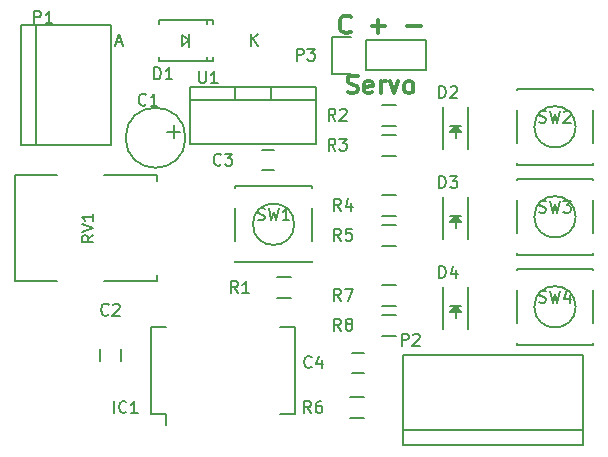
<source format=gto>
G04 #@! TF.FileFunction,Legend,Top*
%FSLAX46Y46*%
G04 Gerber Fmt 4.6, Leading zero omitted, Abs format (unit mm)*
G04 Created by KiCad (PCBNEW (2015-10-14 BZR 6269)-product) date Wednesday, October 28, 2015 'PMt' 04:42:18 PM*
%MOMM*%
G01*
G04 APERTURE LIST*
%ADD10C,0.100000*%
%ADD11C,0.300000*%
%ADD12C,0.150000*%
G04 APERTURE END LIST*
D10*
D11*
X131834286Y-106652143D02*
X132048572Y-106723571D01*
X132405715Y-106723571D01*
X132548572Y-106652143D01*
X132620001Y-106580714D01*
X132691429Y-106437857D01*
X132691429Y-106295000D01*
X132620001Y-106152143D01*
X132548572Y-106080714D01*
X132405715Y-106009286D01*
X132120001Y-105937857D01*
X131977143Y-105866429D01*
X131905715Y-105795000D01*
X131834286Y-105652143D01*
X131834286Y-105509286D01*
X131905715Y-105366429D01*
X131977143Y-105295000D01*
X132120001Y-105223571D01*
X132477143Y-105223571D01*
X132691429Y-105295000D01*
X133905714Y-106652143D02*
X133762857Y-106723571D01*
X133477143Y-106723571D01*
X133334286Y-106652143D01*
X133262857Y-106509286D01*
X133262857Y-105937857D01*
X133334286Y-105795000D01*
X133477143Y-105723571D01*
X133762857Y-105723571D01*
X133905714Y-105795000D01*
X133977143Y-105937857D01*
X133977143Y-106080714D01*
X133262857Y-106223571D01*
X134620000Y-106723571D02*
X134620000Y-105723571D01*
X134620000Y-106009286D02*
X134691428Y-105866429D01*
X134762857Y-105795000D01*
X134905714Y-105723571D01*
X135048571Y-105723571D01*
X135405714Y-105723571D02*
X135762857Y-106723571D01*
X136119999Y-105723571D01*
X136905714Y-106723571D02*
X136762856Y-106652143D01*
X136691428Y-106580714D01*
X136619999Y-106437857D01*
X136619999Y-106009286D01*
X136691428Y-105866429D01*
X136762856Y-105795000D01*
X136905714Y-105723571D01*
X137119999Y-105723571D01*
X137262856Y-105795000D01*
X137334285Y-105866429D01*
X137405714Y-106009286D01*
X137405714Y-106437857D01*
X137334285Y-106580714D01*
X137262856Y-106652143D01*
X137119999Y-106723571D01*
X136905714Y-106723571D01*
X132084286Y-101500714D02*
X132012857Y-101572143D01*
X131798571Y-101643571D01*
X131655714Y-101643571D01*
X131441429Y-101572143D01*
X131298571Y-101429286D01*
X131227143Y-101286429D01*
X131155714Y-101000714D01*
X131155714Y-100786429D01*
X131227143Y-100500714D01*
X131298571Y-100357857D01*
X131441429Y-100215000D01*
X131655714Y-100143571D01*
X131798571Y-100143571D01*
X132012857Y-100215000D01*
X132084286Y-100286429D01*
X133870000Y-101072143D02*
X135012857Y-101072143D01*
X134441428Y-101643571D02*
X134441428Y-100500714D01*
X136870000Y-101072143D02*
X138012857Y-101072143D01*
D12*
X117094000Y-110490000D02*
X117094000Y-109423200D01*
X117602000Y-109982000D02*
X116560600Y-109982000D01*
X118110000Y-110490000D02*
G75*
G03X118110000Y-110490000I-2540000J0D01*
G01*
X110910000Y-128385000D02*
X110910000Y-129385000D01*
X112610000Y-129385000D02*
X112610000Y-128385000D01*
X124575000Y-113245000D02*
X125575000Y-113245000D01*
X125575000Y-111545000D02*
X124575000Y-111545000D01*
X133235000Y-128690000D02*
X132235000Y-128690000D01*
X132235000Y-130390000D02*
X133235000Y-130390000D01*
X118400640Y-102235000D02*
X117850640Y-102685000D01*
X117850640Y-102685000D02*
X117850640Y-101785000D01*
X117850640Y-101785000D02*
X118400640Y-102235000D01*
X118400640Y-102785000D02*
X118400640Y-101685000D01*
X119949780Y-100484940D02*
X119949780Y-100835460D01*
X119949780Y-103985060D02*
X119949780Y-103634540D01*
X115900200Y-100484940D02*
X115900200Y-100835460D01*
X120401080Y-100484940D02*
X120401080Y-100835460D01*
X120401080Y-103985060D02*
X120401080Y-103634540D01*
X115900200Y-103985060D02*
X115900200Y-103634540D01*
X120401080Y-100484940D02*
X115900200Y-100484940D01*
X120401080Y-103985060D02*
X115900200Y-103985060D01*
X139920000Y-107854860D02*
X139920000Y-111454860D01*
X142020000Y-107854860D02*
X142020000Y-111454860D01*
X141270000Y-109904860D02*
X140670000Y-109904860D01*
X140670000Y-109904860D02*
X140970000Y-109604860D01*
X140970000Y-109604860D02*
X141170000Y-109804860D01*
X141170000Y-109804860D02*
X140920000Y-109804860D01*
X140920000Y-109804860D02*
X140970000Y-109754860D01*
X141470000Y-109504860D02*
X140470000Y-109504860D01*
X140970000Y-110004860D02*
X140970000Y-110504860D01*
X140970000Y-109504860D02*
X141470000Y-110004860D01*
X141470000Y-110004860D02*
X140470000Y-110004860D01*
X140470000Y-110004860D02*
X140970000Y-109504860D01*
X139920000Y-115474860D02*
X139920000Y-119074860D01*
X142020000Y-115474860D02*
X142020000Y-119074860D01*
X141270000Y-117524860D02*
X140670000Y-117524860D01*
X140670000Y-117524860D02*
X140970000Y-117224860D01*
X140970000Y-117224860D02*
X141170000Y-117424860D01*
X141170000Y-117424860D02*
X140920000Y-117424860D01*
X140920000Y-117424860D02*
X140970000Y-117374860D01*
X141470000Y-117124860D02*
X140470000Y-117124860D01*
X140970000Y-117624860D02*
X140970000Y-118124860D01*
X140970000Y-117124860D02*
X141470000Y-117624860D01*
X141470000Y-117624860D02*
X140470000Y-117624860D01*
X140470000Y-117624860D02*
X140970000Y-117124860D01*
X139920000Y-123094860D02*
X139920000Y-126694860D01*
X142020000Y-123094860D02*
X142020000Y-126694860D01*
X141270000Y-125144860D02*
X140670000Y-125144860D01*
X140670000Y-125144860D02*
X140970000Y-124844860D01*
X140970000Y-124844860D02*
X141170000Y-125044860D01*
X141170000Y-125044860D02*
X140920000Y-125044860D01*
X140920000Y-125044860D02*
X140970000Y-124994860D01*
X141470000Y-124744860D02*
X140470000Y-124744860D01*
X140970000Y-125244860D02*
X140970000Y-125744860D01*
X140970000Y-124744860D02*
X141470000Y-125244860D01*
X141470000Y-125244860D02*
X140470000Y-125244860D01*
X140470000Y-125244860D02*
X140970000Y-124744860D01*
X115180000Y-133850000D02*
X116450000Y-133850000D01*
X115180000Y-126500000D02*
X116450000Y-126500000D01*
X127390000Y-126500000D02*
X126120000Y-126500000D01*
X127390000Y-133850000D02*
X126120000Y-133850000D01*
X115180000Y-133850000D02*
X115180000Y-126500000D01*
X127390000Y-133850000D02*
X127390000Y-126500000D01*
X116450000Y-133850000D02*
X116450000Y-134785000D01*
X105410000Y-111125000D02*
X105410000Y-100965000D01*
X104140000Y-111125000D02*
X111760000Y-111125000D01*
X111760000Y-111125000D02*
X111760000Y-100965000D01*
X111760000Y-100965000D02*
X104140000Y-100965000D01*
X104140000Y-100965000D02*
X104140000Y-111125000D01*
X136525000Y-136525000D02*
X136525000Y-128905000D01*
X151765000Y-136525000D02*
X151765000Y-128905000D01*
X136525000Y-135255000D02*
X151765000Y-135255000D01*
X136525000Y-128905000D02*
X151765000Y-128905000D01*
X136525000Y-136525000D02*
X151765000Y-136525000D01*
X133350000Y-104775000D02*
X138430000Y-104775000D01*
X138430000Y-104775000D02*
X138430000Y-102235000D01*
X138430000Y-102235000D02*
X133350000Y-102235000D01*
X130530000Y-101955000D02*
X132080000Y-101955000D01*
X133350000Y-102235000D02*
X133350000Y-104775000D01*
X132080000Y-105055000D02*
X130530000Y-105055000D01*
X130530000Y-105055000D02*
X130530000Y-101955000D01*
X127045000Y-124065000D02*
X125845000Y-124065000D01*
X125845000Y-122315000D02*
X127045000Y-122315000D01*
X135935000Y-109460000D02*
X134735000Y-109460000D01*
X134735000Y-107710000D02*
X135935000Y-107710000D01*
X135935000Y-112000000D02*
X134735000Y-112000000D01*
X134735000Y-110250000D02*
X135935000Y-110250000D01*
X135935000Y-117080000D02*
X134735000Y-117080000D01*
X134735000Y-115330000D02*
X135935000Y-115330000D01*
X135935000Y-119620000D02*
X134735000Y-119620000D01*
X134735000Y-117870000D02*
X135935000Y-117870000D01*
X132035000Y-132475000D02*
X133235000Y-132475000D01*
X133235000Y-134225000D02*
X132035000Y-134225000D01*
X135935000Y-124700000D02*
X134735000Y-124700000D01*
X134735000Y-122950000D02*
X135935000Y-122950000D01*
X135935000Y-127240000D02*
X134735000Y-127240000D01*
X134735000Y-125490000D02*
X135935000Y-125490000D01*
X127315714Y-117820000D02*
G75*
G03X127315714Y-117820000I-1750714J0D01*
G01*
X128790000Y-114595000D02*
X128790000Y-114720000D01*
X128790000Y-121045000D02*
X128790000Y-120920000D01*
X122340000Y-121045000D02*
X122340000Y-120920000D01*
X122340000Y-114720000D02*
X122340000Y-114595000D01*
X128790000Y-116420000D02*
X128790000Y-119220000D01*
X122340000Y-114595000D02*
X128790000Y-114595000D01*
X122340000Y-116420000D02*
X122340000Y-119220000D01*
X122340000Y-121045000D02*
X128790000Y-121045000D01*
X151140714Y-109565000D02*
G75*
G03X151140714Y-109565000I-1750714J0D01*
G01*
X152615000Y-106340000D02*
X152615000Y-106465000D01*
X152615000Y-112790000D02*
X152615000Y-112665000D01*
X146165000Y-112790000D02*
X146165000Y-112665000D01*
X146165000Y-106465000D02*
X146165000Y-106340000D01*
X152615000Y-108165000D02*
X152615000Y-110965000D01*
X146165000Y-106340000D02*
X152615000Y-106340000D01*
X146165000Y-108165000D02*
X146165000Y-110965000D01*
X146165000Y-112790000D02*
X152615000Y-112790000D01*
X151140714Y-117185000D02*
G75*
G03X151140714Y-117185000I-1750714J0D01*
G01*
X152615000Y-113960000D02*
X152615000Y-114085000D01*
X152615000Y-120410000D02*
X152615000Y-120285000D01*
X146165000Y-120410000D02*
X146165000Y-120285000D01*
X146165000Y-114085000D02*
X146165000Y-113960000D01*
X152615000Y-115785000D02*
X152615000Y-118585000D01*
X146165000Y-113960000D02*
X152615000Y-113960000D01*
X146165000Y-115785000D02*
X146165000Y-118585000D01*
X146165000Y-120410000D02*
X152615000Y-120410000D01*
X151140714Y-124805000D02*
G75*
G03X151140714Y-124805000I-1750714J0D01*
G01*
X152615000Y-121580000D02*
X152615000Y-121705000D01*
X152615000Y-128030000D02*
X152615000Y-127905000D01*
X146165000Y-128030000D02*
X146165000Y-127905000D01*
X146165000Y-121705000D02*
X146165000Y-121580000D01*
X152615000Y-123405000D02*
X152615000Y-126205000D01*
X146165000Y-121580000D02*
X152615000Y-121580000D01*
X146165000Y-123405000D02*
X146165000Y-126205000D01*
X146165000Y-128030000D02*
X152615000Y-128030000D01*
X122301000Y-106172000D02*
X122301000Y-107315000D01*
X125349000Y-106172000D02*
X125349000Y-107315000D01*
X129159000Y-107315000D02*
X129159000Y-110998000D01*
X129159000Y-110998000D02*
X118491000Y-110998000D01*
X118491000Y-110998000D02*
X118491000Y-107315000D01*
X129159000Y-106172000D02*
X129159000Y-107315000D01*
X129159000Y-107315000D02*
X118491000Y-107315000D01*
X118491000Y-107315000D02*
X118491000Y-106172000D01*
X123825000Y-106172000D02*
X118491000Y-106172000D01*
X123825000Y-106172000D02*
X129159000Y-106172000D01*
X103705000Y-113650000D02*
X107205000Y-113650000D01*
X103705000Y-122650000D02*
X103705000Y-113650000D01*
X107205000Y-122650000D02*
X103705000Y-122650000D01*
X115705000Y-122650000D02*
X115705000Y-122150000D01*
X111205000Y-122650000D02*
X115705000Y-122650000D01*
X115705000Y-113650000D02*
X115705000Y-114150000D01*
X111205000Y-113650000D02*
X115705000Y-113650000D01*
X114768334Y-107672143D02*
X114720715Y-107719762D01*
X114577858Y-107767381D01*
X114482620Y-107767381D01*
X114339762Y-107719762D01*
X114244524Y-107624524D01*
X114196905Y-107529286D01*
X114149286Y-107338810D01*
X114149286Y-107195952D01*
X114196905Y-107005476D01*
X114244524Y-106910238D01*
X114339762Y-106815000D01*
X114482620Y-106767381D01*
X114577858Y-106767381D01*
X114720715Y-106815000D01*
X114768334Y-106862619D01*
X115720715Y-107767381D02*
X115149286Y-107767381D01*
X115435000Y-107767381D02*
X115435000Y-106767381D01*
X115339762Y-106910238D01*
X115244524Y-107005476D01*
X115149286Y-107053095D01*
X111593334Y-125452143D02*
X111545715Y-125499762D01*
X111402858Y-125547381D01*
X111307620Y-125547381D01*
X111164762Y-125499762D01*
X111069524Y-125404524D01*
X111021905Y-125309286D01*
X110974286Y-125118810D01*
X110974286Y-124975952D01*
X111021905Y-124785476D01*
X111069524Y-124690238D01*
X111164762Y-124595000D01*
X111307620Y-124547381D01*
X111402858Y-124547381D01*
X111545715Y-124595000D01*
X111593334Y-124642619D01*
X111974286Y-124642619D02*
X112021905Y-124595000D01*
X112117143Y-124547381D01*
X112355239Y-124547381D01*
X112450477Y-124595000D01*
X112498096Y-124642619D01*
X112545715Y-124737857D01*
X112545715Y-124833095D01*
X112498096Y-124975952D01*
X111926667Y-125547381D01*
X112545715Y-125547381D01*
X121118334Y-112752143D02*
X121070715Y-112799762D01*
X120927858Y-112847381D01*
X120832620Y-112847381D01*
X120689762Y-112799762D01*
X120594524Y-112704524D01*
X120546905Y-112609286D01*
X120499286Y-112418810D01*
X120499286Y-112275952D01*
X120546905Y-112085476D01*
X120594524Y-111990238D01*
X120689762Y-111895000D01*
X120832620Y-111847381D01*
X120927858Y-111847381D01*
X121070715Y-111895000D01*
X121118334Y-111942619D01*
X121451667Y-111847381D02*
X122070715Y-111847381D01*
X121737381Y-112228333D01*
X121880239Y-112228333D01*
X121975477Y-112275952D01*
X122023096Y-112323571D01*
X122070715Y-112418810D01*
X122070715Y-112656905D01*
X122023096Y-112752143D01*
X121975477Y-112799762D01*
X121880239Y-112847381D01*
X121594524Y-112847381D01*
X121499286Y-112799762D01*
X121451667Y-112752143D01*
X128778334Y-129897143D02*
X128730715Y-129944762D01*
X128587858Y-129992381D01*
X128492620Y-129992381D01*
X128349762Y-129944762D01*
X128254524Y-129849524D01*
X128206905Y-129754286D01*
X128159286Y-129563810D01*
X128159286Y-129420952D01*
X128206905Y-129230476D01*
X128254524Y-129135238D01*
X128349762Y-129040000D01*
X128492620Y-128992381D01*
X128587858Y-128992381D01*
X128730715Y-129040000D01*
X128778334Y-129087619D01*
X129635477Y-129325714D02*
X129635477Y-129992381D01*
X129397381Y-128944762D02*
X129159286Y-129659048D01*
X129778334Y-129659048D01*
X115466905Y-105537381D02*
X115466905Y-104537381D01*
X115705000Y-104537381D01*
X115847858Y-104585000D01*
X115943096Y-104680238D01*
X115990715Y-104775476D01*
X116038334Y-104965952D01*
X116038334Y-105108810D01*
X115990715Y-105299286D01*
X115943096Y-105394524D01*
X115847858Y-105489762D01*
X115705000Y-105537381D01*
X115466905Y-105537381D01*
X116990715Y-105537381D02*
X116419286Y-105537381D01*
X116705000Y-105537381D02*
X116705000Y-104537381D01*
X116609762Y-104680238D01*
X116514524Y-104775476D01*
X116419286Y-104823095D01*
X123644375Y-102687381D02*
X123644375Y-101687381D01*
X124215804Y-102687381D02*
X123787232Y-102115952D01*
X124215804Y-101687381D02*
X123644375Y-102258810D01*
X112238185Y-102401667D02*
X112714376Y-102401667D01*
X112142947Y-102687381D02*
X112476280Y-101687381D01*
X112809614Y-102687381D01*
X139596905Y-107132381D02*
X139596905Y-106132381D01*
X139835000Y-106132381D01*
X139977858Y-106180000D01*
X140073096Y-106275238D01*
X140120715Y-106370476D01*
X140168334Y-106560952D01*
X140168334Y-106703810D01*
X140120715Y-106894286D01*
X140073096Y-106989524D01*
X139977858Y-107084762D01*
X139835000Y-107132381D01*
X139596905Y-107132381D01*
X140549286Y-106227619D02*
X140596905Y-106180000D01*
X140692143Y-106132381D01*
X140930239Y-106132381D01*
X141025477Y-106180000D01*
X141073096Y-106227619D01*
X141120715Y-106322857D01*
X141120715Y-106418095D01*
X141073096Y-106560952D01*
X140501667Y-107132381D01*
X141120715Y-107132381D01*
X139596905Y-114752381D02*
X139596905Y-113752381D01*
X139835000Y-113752381D01*
X139977858Y-113800000D01*
X140073096Y-113895238D01*
X140120715Y-113990476D01*
X140168334Y-114180952D01*
X140168334Y-114323810D01*
X140120715Y-114514286D01*
X140073096Y-114609524D01*
X139977858Y-114704762D01*
X139835000Y-114752381D01*
X139596905Y-114752381D01*
X140501667Y-113752381D02*
X141120715Y-113752381D01*
X140787381Y-114133333D01*
X140930239Y-114133333D01*
X141025477Y-114180952D01*
X141073096Y-114228571D01*
X141120715Y-114323810D01*
X141120715Y-114561905D01*
X141073096Y-114657143D01*
X141025477Y-114704762D01*
X140930239Y-114752381D01*
X140644524Y-114752381D01*
X140549286Y-114704762D01*
X140501667Y-114657143D01*
X139596905Y-122372381D02*
X139596905Y-121372381D01*
X139835000Y-121372381D01*
X139977858Y-121420000D01*
X140073096Y-121515238D01*
X140120715Y-121610476D01*
X140168334Y-121800952D01*
X140168334Y-121943810D01*
X140120715Y-122134286D01*
X140073096Y-122229524D01*
X139977858Y-122324762D01*
X139835000Y-122372381D01*
X139596905Y-122372381D01*
X141025477Y-121705714D02*
X141025477Y-122372381D01*
X140787381Y-121324762D02*
X140549286Y-122039048D01*
X141168334Y-122039048D01*
X112053810Y-133802381D02*
X112053810Y-132802381D01*
X113101429Y-133707143D02*
X113053810Y-133754762D01*
X112910953Y-133802381D01*
X112815715Y-133802381D01*
X112672857Y-133754762D01*
X112577619Y-133659524D01*
X112530000Y-133564286D01*
X112482381Y-133373810D01*
X112482381Y-133230952D01*
X112530000Y-133040476D01*
X112577619Y-132945238D01*
X112672857Y-132850000D01*
X112815715Y-132802381D01*
X112910953Y-132802381D01*
X113053810Y-132850000D01*
X113101429Y-132897619D01*
X114053810Y-133802381D02*
X113482381Y-133802381D01*
X113768095Y-133802381D02*
X113768095Y-132802381D01*
X113672857Y-132945238D01*
X113577619Y-133040476D01*
X113482381Y-133088095D01*
X105306905Y-100782381D02*
X105306905Y-99782381D01*
X105687858Y-99782381D01*
X105783096Y-99830000D01*
X105830715Y-99877619D01*
X105878334Y-99972857D01*
X105878334Y-100115714D01*
X105830715Y-100210952D01*
X105783096Y-100258571D01*
X105687858Y-100306190D01*
X105306905Y-100306190D01*
X106830715Y-100782381D02*
X106259286Y-100782381D01*
X106545000Y-100782381D02*
X106545000Y-99782381D01*
X106449762Y-99925238D01*
X106354524Y-100020476D01*
X106259286Y-100068095D01*
X136421905Y-128087381D02*
X136421905Y-127087381D01*
X136802858Y-127087381D01*
X136898096Y-127135000D01*
X136945715Y-127182619D01*
X136993334Y-127277857D01*
X136993334Y-127420714D01*
X136945715Y-127515952D01*
X136898096Y-127563571D01*
X136802858Y-127611190D01*
X136421905Y-127611190D01*
X137374286Y-127182619D02*
X137421905Y-127135000D01*
X137517143Y-127087381D01*
X137755239Y-127087381D01*
X137850477Y-127135000D01*
X137898096Y-127182619D01*
X137945715Y-127277857D01*
X137945715Y-127373095D01*
X137898096Y-127515952D01*
X137326667Y-128087381D01*
X137945715Y-128087381D01*
X127531905Y-103957381D02*
X127531905Y-102957381D01*
X127912858Y-102957381D01*
X128008096Y-103005000D01*
X128055715Y-103052619D01*
X128103334Y-103147857D01*
X128103334Y-103290714D01*
X128055715Y-103385952D01*
X128008096Y-103433571D01*
X127912858Y-103481190D01*
X127531905Y-103481190D01*
X128436667Y-102957381D02*
X129055715Y-102957381D01*
X128722381Y-103338333D01*
X128865239Y-103338333D01*
X128960477Y-103385952D01*
X129008096Y-103433571D01*
X129055715Y-103528810D01*
X129055715Y-103766905D01*
X129008096Y-103862143D01*
X128960477Y-103909762D01*
X128865239Y-103957381D01*
X128579524Y-103957381D01*
X128484286Y-103909762D01*
X128436667Y-103862143D01*
X122548334Y-123642381D02*
X122215000Y-123166190D01*
X121976905Y-123642381D02*
X121976905Y-122642381D01*
X122357858Y-122642381D01*
X122453096Y-122690000D01*
X122500715Y-122737619D01*
X122548334Y-122832857D01*
X122548334Y-122975714D01*
X122500715Y-123070952D01*
X122453096Y-123118571D01*
X122357858Y-123166190D01*
X121976905Y-123166190D01*
X123500715Y-123642381D02*
X122929286Y-123642381D01*
X123215000Y-123642381D02*
X123215000Y-122642381D01*
X123119762Y-122785238D01*
X123024524Y-122880476D01*
X122929286Y-122928095D01*
X130803334Y-109037381D02*
X130470000Y-108561190D01*
X130231905Y-109037381D02*
X130231905Y-108037381D01*
X130612858Y-108037381D01*
X130708096Y-108085000D01*
X130755715Y-108132619D01*
X130803334Y-108227857D01*
X130803334Y-108370714D01*
X130755715Y-108465952D01*
X130708096Y-108513571D01*
X130612858Y-108561190D01*
X130231905Y-108561190D01*
X131184286Y-108132619D02*
X131231905Y-108085000D01*
X131327143Y-108037381D01*
X131565239Y-108037381D01*
X131660477Y-108085000D01*
X131708096Y-108132619D01*
X131755715Y-108227857D01*
X131755715Y-108323095D01*
X131708096Y-108465952D01*
X131136667Y-109037381D01*
X131755715Y-109037381D01*
X130803334Y-111577381D02*
X130470000Y-111101190D01*
X130231905Y-111577381D02*
X130231905Y-110577381D01*
X130612858Y-110577381D01*
X130708096Y-110625000D01*
X130755715Y-110672619D01*
X130803334Y-110767857D01*
X130803334Y-110910714D01*
X130755715Y-111005952D01*
X130708096Y-111053571D01*
X130612858Y-111101190D01*
X130231905Y-111101190D01*
X131136667Y-110577381D02*
X131755715Y-110577381D01*
X131422381Y-110958333D01*
X131565239Y-110958333D01*
X131660477Y-111005952D01*
X131708096Y-111053571D01*
X131755715Y-111148810D01*
X131755715Y-111386905D01*
X131708096Y-111482143D01*
X131660477Y-111529762D01*
X131565239Y-111577381D01*
X131279524Y-111577381D01*
X131184286Y-111529762D01*
X131136667Y-111482143D01*
X131278334Y-116657381D02*
X130945000Y-116181190D01*
X130706905Y-116657381D02*
X130706905Y-115657381D01*
X131087858Y-115657381D01*
X131183096Y-115705000D01*
X131230715Y-115752619D01*
X131278334Y-115847857D01*
X131278334Y-115990714D01*
X131230715Y-116085952D01*
X131183096Y-116133571D01*
X131087858Y-116181190D01*
X130706905Y-116181190D01*
X132135477Y-115990714D02*
X132135477Y-116657381D01*
X131897381Y-115609762D02*
X131659286Y-116324048D01*
X132278334Y-116324048D01*
X131278334Y-119197381D02*
X130945000Y-118721190D01*
X130706905Y-119197381D02*
X130706905Y-118197381D01*
X131087858Y-118197381D01*
X131183096Y-118245000D01*
X131230715Y-118292619D01*
X131278334Y-118387857D01*
X131278334Y-118530714D01*
X131230715Y-118625952D01*
X131183096Y-118673571D01*
X131087858Y-118721190D01*
X130706905Y-118721190D01*
X132183096Y-118197381D02*
X131706905Y-118197381D01*
X131659286Y-118673571D01*
X131706905Y-118625952D01*
X131802143Y-118578333D01*
X132040239Y-118578333D01*
X132135477Y-118625952D01*
X132183096Y-118673571D01*
X132230715Y-118768810D01*
X132230715Y-119006905D01*
X132183096Y-119102143D01*
X132135477Y-119149762D01*
X132040239Y-119197381D01*
X131802143Y-119197381D01*
X131706905Y-119149762D01*
X131659286Y-119102143D01*
X128738334Y-133802381D02*
X128405000Y-133326190D01*
X128166905Y-133802381D02*
X128166905Y-132802381D01*
X128547858Y-132802381D01*
X128643096Y-132850000D01*
X128690715Y-132897619D01*
X128738334Y-132992857D01*
X128738334Y-133135714D01*
X128690715Y-133230952D01*
X128643096Y-133278571D01*
X128547858Y-133326190D01*
X128166905Y-133326190D01*
X129595477Y-132802381D02*
X129405000Y-132802381D01*
X129309762Y-132850000D01*
X129262143Y-132897619D01*
X129166905Y-133040476D01*
X129119286Y-133230952D01*
X129119286Y-133611905D01*
X129166905Y-133707143D01*
X129214524Y-133754762D01*
X129309762Y-133802381D01*
X129500239Y-133802381D01*
X129595477Y-133754762D01*
X129643096Y-133707143D01*
X129690715Y-133611905D01*
X129690715Y-133373810D01*
X129643096Y-133278571D01*
X129595477Y-133230952D01*
X129500239Y-133183333D01*
X129309762Y-133183333D01*
X129214524Y-133230952D01*
X129166905Y-133278571D01*
X129119286Y-133373810D01*
X131278334Y-124277381D02*
X130945000Y-123801190D01*
X130706905Y-124277381D02*
X130706905Y-123277381D01*
X131087858Y-123277381D01*
X131183096Y-123325000D01*
X131230715Y-123372619D01*
X131278334Y-123467857D01*
X131278334Y-123610714D01*
X131230715Y-123705952D01*
X131183096Y-123753571D01*
X131087858Y-123801190D01*
X130706905Y-123801190D01*
X131611667Y-123277381D02*
X132278334Y-123277381D01*
X131849762Y-124277381D01*
X131278334Y-126817381D02*
X130945000Y-126341190D01*
X130706905Y-126817381D02*
X130706905Y-125817381D01*
X131087858Y-125817381D01*
X131183096Y-125865000D01*
X131230715Y-125912619D01*
X131278334Y-126007857D01*
X131278334Y-126150714D01*
X131230715Y-126245952D01*
X131183096Y-126293571D01*
X131087858Y-126341190D01*
X130706905Y-126341190D01*
X131849762Y-126245952D02*
X131754524Y-126198333D01*
X131706905Y-126150714D01*
X131659286Y-126055476D01*
X131659286Y-126007857D01*
X131706905Y-125912619D01*
X131754524Y-125865000D01*
X131849762Y-125817381D01*
X132040239Y-125817381D01*
X132135477Y-125865000D01*
X132183096Y-125912619D01*
X132230715Y-126007857D01*
X132230715Y-126055476D01*
X132183096Y-126150714D01*
X132135477Y-126198333D01*
X132040239Y-126245952D01*
X131849762Y-126245952D01*
X131754524Y-126293571D01*
X131706905Y-126341190D01*
X131659286Y-126436429D01*
X131659286Y-126626905D01*
X131706905Y-126722143D01*
X131754524Y-126769762D01*
X131849762Y-126817381D01*
X132040239Y-126817381D01*
X132135477Y-126769762D01*
X132183096Y-126722143D01*
X132230715Y-126626905D01*
X132230715Y-126436429D01*
X132183096Y-126341190D01*
X132135477Y-126293571D01*
X132040239Y-126245952D01*
X124231667Y-117424762D02*
X124374524Y-117472381D01*
X124612620Y-117472381D01*
X124707858Y-117424762D01*
X124755477Y-117377143D01*
X124803096Y-117281905D01*
X124803096Y-117186667D01*
X124755477Y-117091429D01*
X124707858Y-117043810D01*
X124612620Y-116996190D01*
X124422143Y-116948571D01*
X124326905Y-116900952D01*
X124279286Y-116853333D01*
X124231667Y-116758095D01*
X124231667Y-116662857D01*
X124279286Y-116567619D01*
X124326905Y-116520000D01*
X124422143Y-116472381D01*
X124660239Y-116472381D01*
X124803096Y-116520000D01*
X125136429Y-116472381D02*
X125374524Y-117472381D01*
X125565001Y-116758095D01*
X125755477Y-117472381D01*
X125993572Y-116472381D01*
X126898334Y-117472381D02*
X126326905Y-117472381D01*
X126612619Y-117472381D02*
X126612619Y-116472381D01*
X126517381Y-116615238D01*
X126422143Y-116710476D01*
X126326905Y-116758095D01*
X148056667Y-109169762D02*
X148199524Y-109217381D01*
X148437620Y-109217381D01*
X148532858Y-109169762D01*
X148580477Y-109122143D01*
X148628096Y-109026905D01*
X148628096Y-108931667D01*
X148580477Y-108836429D01*
X148532858Y-108788810D01*
X148437620Y-108741190D01*
X148247143Y-108693571D01*
X148151905Y-108645952D01*
X148104286Y-108598333D01*
X148056667Y-108503095D01*
X148056667Y-108407857D01*
X148104286Y-108312619D01*
X148151905Y-108265000D01*
X148247143Y-108217381D01*
X148485239Y-108217381D01*
X148628096Y-108265000D01*
X148961429Y-108217381D02*
X149199524Y-109217381D01*
X149390001Y-108503095D01*
X149580477Y-109217381D01*
X149818572Y-108217381D01*
X150151905Y-108312619D02*
X150199524Y-108265000D01*
X150294762Y-108217381D01*
X150532858Y-108217381D01*
X150628096Y-108265000D01*
X150675715Y-108312619D01*
X150723334Y-108407857D01*
X150723334Y-108503095D01*
X150675715Y-108645952D01*
X150104286Y-109217381D01*
X150723334Y-109217381D01*
X148056667Y-116789762D02*
X148199524Y-116837381D01*
X148437620Y-116837381D01*
X148532858Y-116789762D01*
X148580477Y-116742143D01*
X148628096Y-116646905D01*
X148628096Y-116551667D01*
X148580477Y-116456429D01*
X148532858Y-116408810D01*
X148437620Y-116361190D01*
X148247143Y-116313571D01*
X148151905Y-116265952D01*
X148104286Y-116218333D01*
X148056667Y-116123095D01*
X148056667Y-116027857D01*
X148104286Y-115932619D01*
X148151905Y-115885000D01*
X148247143Y-115837381D01*
X148485239Y-115837381D01*
X148628096Y-115885000D01*
X148961429Y-115837381D02*
X149199524Y-116837381D01*
X149390001Y-116123095D01*
X149580477Y-116837381D01*
X149818572Y-115837381D01*
X150104286Y-115837381D02*
X150723334Y-115837381D01*
X150390000Y-116218333D01*
X150532858Y-116218333D01*
X150628096Y-116265952D01*
X150675715Y-116313571D01*
X150723334Y-116408810D01*
X150723334Y-116646905D01*
X150675715Y-116742143D01*
X150628096Y-116789762D01*
X150532858Y-116837381D01*
X150247143Y-116837381D01*
X150151905Y-116789762D01*
X150104286Y-116742143D01*
X148056667Y-124409762D02*
X148199524Y-124457381D01*
X148437620Y-124457381D01*
X148532858Y-124409762D01*
X148580477Y-124362143D01*
X148628096Y-124266905D01*
X148628096Y-124171667D01*
X148580477Y-124076429D01*
X148532858Y-124028810D01*
X148437620Y-123981190D01*
X148247143Y-123933571D01*
X148151905Y-123885952D01*
X148104286Y-123838333D01*
X148056667Y-123743095D01*
X148056667Y-123647857D01*
X148104286Y-123552619D01*
X148151905Y-123505000D01*
X148247143Y-123457381D01*
X148485239Y-123457381D01*
X148628096Y-123505000D01*
X148961429Y-123457381D02*
X149199524Y-124457381D01*
X149390001Y-123743095D01*
X149580477Y-124457381D01*
X149818572Y-123457381D01*
X150628096Y-123790714D02*
X150628096Y-124457381D01*
X150390000Y-123409762D02*
X150151905Y-124124048D01*
X150770953Y-124124048D01*
X119253095Y-104862381D02*
X119253095Y-105671905D01*
X119300714Y-105767143D01*
X119348333Y-105814762D01*
X119443571Y-105862381D01*
X119634048Y-105862381D01*
X119729286Y-105814762D01*
X119776905Y-105767143D01*
X119824524Y-105671905D01*
X119824524Y-104862381D01*
X120824524Y-105862381D02*
X120253095Y-105862381D01*
X120538809Y-105862381D02*
X120538809Y-104862381D01*
X120443571Y-105005238D01*
X120348333Y-105100476D01*
X120253095Y-105148095D01*
X110307381Y-118745238D02*
X109831190Y-119078572D01*
X110307381Y-119316667D02*
X109307381Y-119316667D01*
X109307381Y-118935714D01*
X109355000Y-118840476D01*
X109402619Y-118792857D01*
X109497857Y-118745238D01*
X109640714Y-118745238D01*
X109735952Y-118792857D01*
X109783571Y-118840476D01*
X109831190Y-118935714D01*
X109831190Y-119316667D01*
X109307381Y-118459524D02*
X110307381Y-118126191D01*
X109307381Y-117792857D01*
X110307381Y-116935714D02*
X110307381Y-117507143D01*
X110307381Y-117221429D02*
X109307381Y-117221429D01*
X109450238Y-117316667D01*
X109545476Y-117411905D01*
X109593095Y-117507143D01*
M02*

</source>
